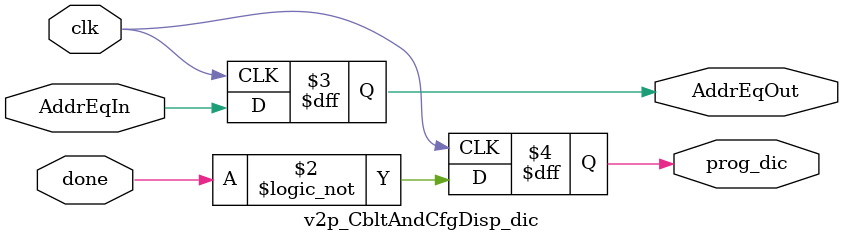
<source format=v>
`timescale 1ns / 1ps
module v2p_CbltAndCfgDisp_dic(clk,AddrEqIn,AddrEqOut,done,prog_dic);
input clk;
input AddrEqIn;
input done;

output AddrEqOut;
output prog_dic;

reg AddrEqOut;
reg prog_dic;
always @ (posedge clk)
begin
	AddrEqOut <= AddrEqIn;
	prog_dic <= !done;
end

endmodule

</source>
